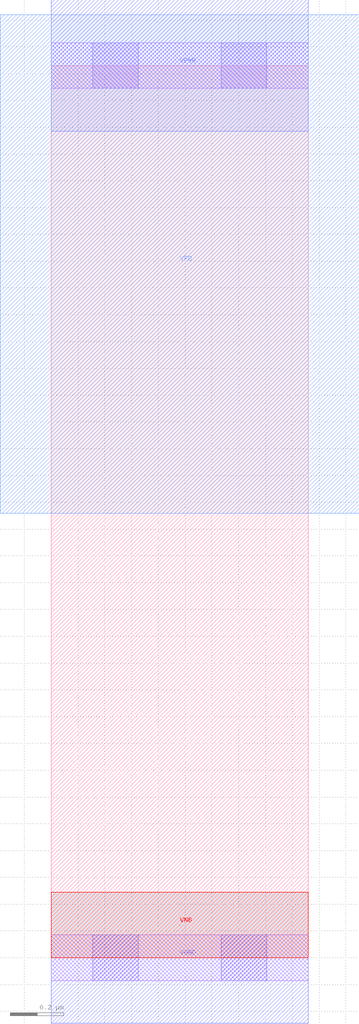
<source format=lef>
# Copyright 2020 The SkyWater PDK Authors
#
# Licensed under the Apache License, Version 2.0 (the "License");
# you may not use this file except in compliance with the License.
# You may obtain a copy of the License at
#
#     https://www.apache.org/licenses/LICENSE-2.0
#
# Unless required by applicable law or agreed to in writing, software
# distributed under the License is distributed on an "AS IS" BASIS,
# WITHOUT WARRANTIES OR CONDITIONS OF ANY KIND, either express or implied.
# See the License for the specific language governing permissions and
# limitations under the License.
#
# SPDX-License-Identifier: Apache-2.0

VERSION 5.7 ;
  NOWIREEXTENSIONATPIN ON ;
  DIVIDERCHAR "/" ;
  BUSBITCHARS "[]" ;
MACRO sky130_fd_sc_ls__fill_2
  CLASS CORE SPACER ;
  FOREIGN sky130_fd_sc_ls__fill_2 ;
  ORIGIN  0.000000  0.000000 ;
  SIZE  0.960000 BY  3.330000 ;
  SYMMETRY X Y ;
  SITE unit ;
  PIN VGND
    DIRECTION INOUT ;
    SHAPE ABUTMENT ;
    USE GROUND ;
    PORT
      LAYER met1 ;
        RECT 0.000000 -0.245000 0.960000 0.245000 ;
    END
  END VGND
  PIN VNB
    DIRECTION INOUT ;
    USE GROUND ;
    PORT
      LAYER pwell ;
        RECT 0.000000 0.000000 0.960000 0.245000 ;
    END
  END VNB
  PIN VPB
    DIRECTION INOUT ;
    USE POWER ;
    PORT
      LAYER nwell ;
        RECT -0.190000 1.660000 1.150000 3.520000 ;
    END
  END VPB
  PIN VPWR
    DIRECTION INOUT ;
    SHAPE ABUTMENT ;
    USE POWER ;
    PORT
      LAYER met1 ;
        RECT 0.000000 3.085000 0.960000 3.575000 ;
    END
  END VPWR
  OBS
    LAYER li1 ;
      RECT 0.000000 -0.085000 0.960000 0.085000 ;
      RECT 0.000000  3.245000 0.960000 3.415000 ;
    LAYER mcon ;
      RECT 0.155000 -0.085000 0.325000 0.085000 ;
      RECT 0.155000  3.245000 0.325000 3.415000 ;
      RECT 0.635000 -0.085000 0.805000 0.085000 ;
      RECT 0.635000  3.245000 0.805000 3.415000 ;
  END
END sky130_fd_sc_ls__fill_2
END LIBRARY

</source>
